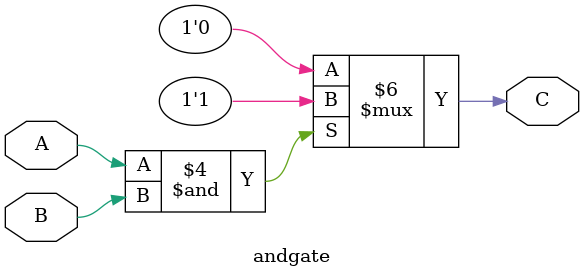
<source format=v>
module andgate(A,B,C);
input A,B;
output reg C;
always@(*)
begin 
	if(A==1'b1 & B==1'b1)
		begin
			C=1'b1;
		end
	else C=1'b0;
end
endmodule


</source>
